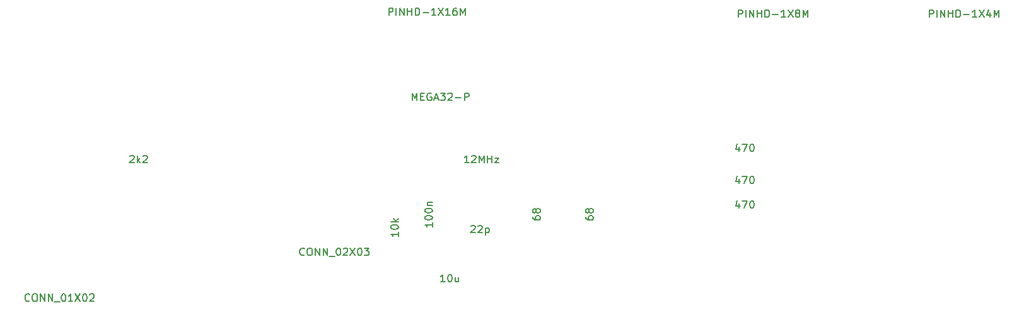
<source format=gbr>
G04 #@! TF.FileFunction,Other,Fab,Top*
%FSLAX46Y46*%
G04 Gerber Fmt 4.6, Leading zero omitted, Abs format (unit mm)*
G04 Created by KiCad (PCBNEW 4.0.7+dfsg1-1) date Tue Apr  3 21:00:36 2018*
%MOMM*%
%LPD*%
G01*
G04 APERTURE LIST*
%ADD10C,0.100000*%
%ADD11C,0.150000*%
G04 APERTURE END LIST*
D10*
D11*
X124150381Y-89257047D02*
X124150381Y-89828476D01*
X124150381Y-89542762D02*
X123150381Y-89542762D01*
X123293238Y-89638000D01*
X123388476Y-89733238D01*
X123436095Y-89828476D01*
X123150381Y-88638000D02*
X123150381Y-88542761D01*
X123198000Y-88447523D01*
X123245619Y-88399904D01*
X123340857Y-88352285D01*
X123531333Y-88304666D01*
X123769429Y-88304666D01*
X123959905Y-88352285D01*
X124055143Y-88399904D01*
X124102762Y-88447523D01*
X124150381Y-88542761D01*
X124150381Y-88638000D01*
X124102762Y-88733238D01*
X124055143Y-88780857D01*
X123959905Y-88828476D01*
X123769429Y-88876095D01*
X123531333Y-88876095D01*
X123340857Y-88828476D01*
X123245619Y-88780857D01*
X123198000Y-88733238D01*
X123150381Y-88638000D01*
X123150381Y-87685619D02*
X123150381Y-87590380D01*
X123198000Y-87495142D01*
X123245619Y-87447523D01*
X123340857Y-87399904D01*
X123531333Y-87352285D01*
X123769429Y-87352285D01*
X123959905Y-87399904D01*
X124055143Y-87447523D01*
X124102762Y-87495142D01*
X124150381Y-87590380D01*
X124150381Y-87685619D01*
X124102762Y-87780857D01*
X124055143Y-87828476D01*
X123959905Y-87876095D01*
X123769429Y-87923714D01*
X123531333Y-87923714D01*
X123340857Y-87876095D01*
X123245619Y-87828476D01*
X123198000Y-87780857D01*
X123150381Y-87685619D01*
X123483714Y-86923714D02*
X124150381Y-86923714D01*
X123578952Y-86923714D02*
X123531333Y-86876095D01*
X123483714Y-86780857D01*
X123483714Y-86637999D01*
X123531333Y-86542761D01*
X123626571Y-86495142D01*
X124150381Y-86495142D01*
X119578381Y-90511238D02*
X119578381Y-91082667D01*
X119578381Y-90796953D02*
X118578381Y-90796953D01*
X118721238Y-90892191D01*
X118816476Y-90987429D01*
X118864095Y-91082667D01*
X118578381Y-89892191D02*
X118578381Y-89796952D01*
X118626000Y-89701714D01*
X118673619Y-89654095D01*
X118768857Y-89606476D01*
X118959333Y-89558857D01*
X119197429Y-89558857D01*
X119387905Y-89606476D01*
X119483143Y-89654095D01*
X119530762Y-89701714D01*
X119578381Y-89796952D01*
X119578381Y-89892191D01*
X119530762Y-89987429D01*
X119483143Y-90035048D01*
X119387905Y-90082667D01*
X119197429Y-90130286D01*
X118959333Y-90130286D01*
X118768857Y-90082667D01*
X118673619Y-90035048D01*
X118626000Y-89987429D01*
X118578381Y-89892191D01*
X119578381Y-89130286D02*
X118578381Y-89130286D01*
X119197429Y-89035048D02*
X119578381Y-88749333D01*
X118911714Y-88749333D02*
X119292667Y-89130286D01*
X125849143Y-97226381D02*
X125277714Y-97226381D01*
X125563428Y-97226381D02*
X125563428Y-96226381D01*
X125468190Y-96369238D01*
X125372952Y-96464476D01*
X125277714Y-96512095D01*
X126468190Y-96226381D02*
X126563429Y-96226381D01*
X126658667Y-96274000D01*
X126706286Y-96321619D01*
X126753905Y-96416857D01*
X126801524Y-96607333D01*
X126801524Y-96845429D01*
X126753905Y-97035905D01*
X126706286Y-97131143D01*
X126658667Y-97178762D01*
X126563429Y-97226381D01*
X126468190Y-97226381D01*
X126372952Y-97178762D01*
X126325333Y-97131143D01*
X126277714Y-97035905D01*
X126230095Y-96845429D01*
X126230095Y-96607333D01*
X126277714Y-96416857D01*
X126325333Y-96321619D01*
X126372952Y-96274000D01*
X126468190Y-96226381D01*
X127658667Y-96559714D02*
X127658667Y-97226381D01*
X127230095Y-96559714D02*
X127230095Y-97083524D01*
X127277714Y-97178762D01*
X127372952Y-97226381D01*
X127515810Y-97226381D01*
X127611048Y-97178762D01*
X127658667Y-97131143D01*
X129341714Y-89717619D02*
X129389333Y-89670000D01*
X129484571Y-89622381D01*
X129722667Y-89622381D01*
X129817905Y-89670000D01*
X129865524Y-89717619D01*
X129913143Y-89812857D01*
X129913143Y-89908095D01*
X129865524Y-90050952D01*
X129294095Y-90622381D01*
X129913143Y-90622381D01*
X130294095Y-89717619D02*
X130341714Y-89670000D01*
X130436952Y-89622381D01*
X130675048Y-89622381D01*
X130770286Y-89670000D01*
X130817905Y-89717619D01*
X130865524Y-89812857D01*
X130865524Y-89908095D01*
X130817905Y-90050952D01*
X130246476Y-90622381D01*
X130865524Y-90622381D01*
X131294095Y-89955714D02*
X131294095Y-90955714D01*
X131294095Y-90003333D02*
X131389333Y-89955714D01*
X131579810Y-89955714D01*
X131675048Y-90003333D01*
X131722667Y-90050952D01*
X131770286Y-90146190D01*
X131770286Y-90431905D01*
X131722667Y-90527143D01*
X131675048Y-90574762D01*
X131579810Y-90622381D01*
X131389333Y-90622381D01*
X131294095Y-90574762D01*
X129341714Y-89717619D02*
X129389333Y-89670000D01*
X129484571Y-89622381D01*
X129722667Y-89622381D01*
X129817905Y-89670000D01*
X129865524Y-89717619D01*
X129913143Y-89812857D01*
X129913143Y-89908095D01*
X129865524Y-90050952D01*
X129294095Y-90622381D01*
X129913143Y-90622381D01*
X130294095Y-89717619D02*
X130341714Y-89670000D01*
X130436952Y-89622381D01*
X130675048Y-89622381D01*
X130770286Y-89670000D01*
X130817905Y-89717619D01*
X130865524Y-89812857D01*
X130865524Y-89908095D01*
X130817905Y-90050952D01*
X130246476Y-90622381D01*
X130865524Y-90622381D01*
X131294095Y-89955714D02*
X131294095Y-90955714D01*
X131294095Y-90003333D02*
X131389333Y-89955714D01*
X131579810Y-89955714D01*
X131675048Y-90003333D01*
X131722667Y-90050952D01*
X131770286Y-90146190D01*
X131770286Y-90431905D01*
X131722667Y-90527143D01*
X131675048Y-90574762D01*
X131579810Y-90622381D01*
X131389333Y-90622381D01*
X131294095Y-90574762D01*
X121436286Y-72842381D02*
X121436286Y-71842381D01*
X121769620Y-72556667D01*
X122102953Y-71842381D01*
X122102953Y-72842381D01*
X122579143Y-72318571D02*
X122912477Y-72318571D01*
X123055334Y-72842381D02*
X122579143Y-72842381D01*
X122579143Y-71842381D01*
X123055334Y-71842381D01*
X124007715Y-71890000D02*
X123912477Y-71842381D01*
X123769620Y-71842381D01*
X123626762Y-71890000D01*
X123531524Y-71985238D01*
X123483905Y-72080476D01*
X123436286Y-72270952D01*
X123436286Y-72413810D01*
X123483905Y-72604286D01*
X123531524Y-72699524D01*
X123626762Y-72794762D01*
X123769620Y-72842381D01*
X123864858Y-72842381D01*
X124007715Y-72794762D01*
X124055334Y-72747143D01*
X124055334Y-72413810D01*
X123864858Y-72413810D01*
X124436286Y-72556667D02*
X124912477Y-72556667D01*
X124341048Y-72842381D02*
X124674381Y-71842381D01*
X125007715Y-72842381D01*
X125245810Y-71842381D02*
X125864858Y-71842381D01*
X125531524Y-72223333D01*
X125674382Y-72223333D01*
X125769620Y-72270952D01*
X125817239Y-72318571D01*
X125864858Y-72413810D01*
X125864858Y-72651905D01*
X125817239Y-72747143D01*
X125769620Y-72794762D01*
X125674382Y-72842381D01*
X125388667Y-72842381D01*
X125293429Y-72794762D01*
X125245810Y-72747143D01*
X126245810Y-71937619D02*
X126293429Y-71890000D01*
X126388667Y-71842381D01*
X126626763Y-71842381D01*
X126722001Y-71890000D01*
X126769620Y-71937619D01*
X126817239Y-72032857D01*
X126817239Y-72128095D01*
X126769620Y-72270952D01*
X126198191Y-72842381D01*
X126817239Y-72842381D01*
X127245810Y-72461429D02*
X128007715Y-72461429D01*
X128483905Y-72842381D02*
X128483905Y-71842381D01*
X128864858Y-71842381D01*
X128960096Y-71890000D01*
X129007715Y-71937619D01*
X129055334Y-72032857D01*
X129055334Y-72175714D01*
X129007715Y-72270952D01*
X128960096Y-72318571D01*
X128864858Y-72366190D01*
X128483905Y-72366190D01*
X118301143Y-61412381D02*
X118301143Y-60412381D01*
X118682096Y-60412381D01*
X118777334Y-60460000D01*
X118824953Y-60507619D01*
X118872572Y-60602857D01*
X118872572Y-60745714D01*
X118824953Y-60840952D01*
X118777334Y-60888571D01*
X118682096Y-60936190D01*
X118301143Y-60936190D01*
X119301143Y-61412381D02*
X119301143Y-60412381D01*
X119777333Y-61412381D02*
X119777333Y-60412381D01*
X120348762Y-61412381D01*
X120348762Y-60412381D01*
X120824952Y-61412381D02*
X120824952Y-60412381D01*
X120824952Y-60888571D02*
X121396381Y-60888571D01*
X121396381Y-61412381D02*
X121396381Y-60412381D01*
X121872571Y-61412381D02*
X121872571Y-60412381D01*
X122110666Y-60412381D01*
X122253524Y-60460000D01*
X122348762Y-60555238D01*
X122396381Y-60650476D01*
X122444000Y-60840952D01*
X122444000Y-60983810D01*
X122396381Y-61174286D01*
X122348762Y-61269524D01*
X122253524Y-61364762D01*
X122110666Y-61412381D01*
X121872571Y-61412381D01*
X122872571Y-61031429D02*
X123634476Y-61031429D01*
X124634476Y-61412381D02*
X124063047Y-61412381D01*
X124348761Y-61412381D02*
X124348761Y-60412381D01*
X124253523Y-60555238D01*
X124158285Y-60650476D01*
X124063047Y-60698095D01*
X124967809Y-60412381D02*
X125634476Y-61412381D01*
X125634476Y-60412381D02*
X124967809Y-61412381D01*
X126539238Y-61412381D02*
X125967809Y-61412381D01*
X126253523Y-61412381D02*
X126253523Y-60412381D01*
X126158285Y-60555238D01*
X126063047Y-60650476D01*
X125967809Y-60698095D01*
X127396381Y-60412381D02*
X127205904Y-60412381D01*
X127110666Y-60460000D01*
X127063047Y-60507619D01*
X126967809Y-60650476D01*
X126920190Y-60840952D01*
X126920190Y-61221905D01*
X126967809Y-61317143D01*
X127015428Y-61364762D01*
X127110666Y-61412381D01*
X127301143Y-61412381D01*
X127396381Y-61364762D01*
X127444000Y-61317143D01*
X127491619Y-61221905D01*
X127491619Y-60983810D01*
X127444000Y-60888571D01*
X127396381Y-60840952D01*
X127301143Y-60793333D01*
X127110666Y-60793333D01*
X127015428Y-60840952D01*
X126967809Y-60888571D01*
X126920190Y-60983810D01*
X127920190Y-61412381D02*
X127920190Y-60412381D01*
X128253524Y-61126667D01*
X128586857Y-60412381D01*
X128586857Y-61412381D01*
X165259334Y-61666381D02*
X165259334Y-60666381D01*
X165640287Y-60666381D01*
X165735525Y-60714000D01*
X165783144Y-60761619D01*
X165830763Y-60856857D01*
X165830763Y-60999714D01*
X165783144Y-61094952D01*
X165735525Y-61142571D01*
X165640287Y-61190190D01*
X165259334Y-61190190D01*
X166259334Y-61666381D02*
X166259334Y-60666381D01*
X166735524Y-61666381D02*
X166735524Y-60666381D01*
X167306953Y-61666381D01*
X167306953Y-60666381D01*
X167783143Y-61666381D02*
X167783143Y-60666381D01*
X167783143Y-61142571D02*
X168354572Y-61142571D01*
X168354572Y-61666381D02*
X168354572Y-60666381D01*
X168830762Y-61666381D02*
X168830762Y-60666381D01*
X169068857Y-60666381D01*
X169211715Y-60714000D01*
X169306953Y-60809238D01*
X169354572Y-60904476D01*
X169402191Y-61094952D01*
X169402191Y-61237810D01*
X169354572Y-61428286D01*
X169306953Y-61523524D01*
X169211715Y-61618762D01*
X169068857Y-61666381D01*
X168830762Y-61666381D01*
X169830762Y-61285429D02*
X170592667Y-61285429D01*
X171592667Y-61666381D02*
X171021238Y-61666381D01*
X171306952Y-61666381D02*
X171306952Y-60666381D01*
X171211714Y-60809238D01*
X171116476Y-60904476D01*
X171021238Y-60952095D01*
X171926000Y-60666381D02*
X172592667Y-61666381D01*
X172592667Y-60666381D02*
X171926000Y-61666381D01*
X173116476Y-61094952D02*
X173021238Y-61047333D01*
X172973619Y-60999714D01*
X172926000Y-60904476D01*
X172926000Y-60856857D01*
X172973619Y-60761619D01*
X173021238Y-60714000D01*
X173116476Y-60666381D01*
X173306953Y-60666381D01*
X173402191Y-60714000D01*
X173449810Y-60761619D01*
X173497429Y-60856857D01*
X173497429Y-60904476D01*
X173449810Y-60999714D01*
X173402191Y-61047333D01*
X173306953Y-61094952D01*
X173116476Y-61094952D01*
X173021238Y-61142571D01*
X172973619Y-61190190D01*
X172926000Y-61285429D01*
X172926000Y-61475905D01*
X172973619Y-61571143D01*
X173021238Y-61618762D01*
X173116476Y-61666381D01*
X173306953Y-61666381D01*
X173402191Y-61618762D01*
X173449810Y-61571143D01*
X173497429Y-61475905D01*
X173497429Y-61285429D01*
X173449810Y-61190190D01*
X173402191Y-61142571D01*
X173306953Y-61094952D01*
X173926000Y-61666381D02*
X173926000Y-60666381D01*
X174259334Y-61380667D01*
X174592667Y-60666381D01*
X174592667Y-61666381D01*
X190913334Y-61666381D02*
X190913334Y-60666381D01*
X191294287Y-60666381D01*
X191389525Y-60714000D01*
X191437144Y-60761619D01*
X191484763Y-60856857D01*
X191484763Y-60999714D01*
X191437144Y-61094952D01*
X191389525Y-61142571D01*
X191294287Y-61190190D01*
X190913334Y-61190190D01*
X191913334Y-61666381D02*
X191913334Y-60666381D01*
X192389524Y-61666381D02*
X192389524Y-60666381D01*
X192960953Y-61666381D01*
X192960953Y-60666381D01*
X193437143Y-61666381D02*
X193437143Y-60666381D01*
X193437143Y-61142571D02*
X194008572Y-61142571D01*
X194008572Y-61666381D02*
X194008572Y-60666381D01*
X194484762Y-61666381D02*
X194484762Y-60666381D01*
X194722857Y-60666381D01*
X194865715Y-60714000D01*
X194960953Y-60809238D01*
X195008572Y-60904476D01*
X195056191Y-61094952D01*
X195056191Y-61237810D01*
X195008572Y-61428286D01*
X194960953Y-61523524D01*
X194865715Y-61618762D01*
X194722857Y-61666381D01*
X194484762Y-61666381D01*
X195484762Y-61285429D02*
X196246667Y-61285429D01*
X197246667Y-61666381D02*
X196675238Y-61666381D01*
X196960952Y-61666381D02*
X196960952Y-60666381D01*
X196865714Y-60809238D01*
X196770476Y-60904476D01*
X196675238Y-60952095D01*
X197580000Y-60666381D02*
X198246667Y-61666381D01*
X198246667Y-60666381D02*
X197580000Y-61666381D01*
X199056191Y-60999714D02*
X199056191Y-61666381D01*
X198818095Y-60618762D02*
X198580000Y-61333048D01*
X199199048Y-61333048D01*
X199580000Y-61666381D02*
X199580000Y-60666381D01*
X199913334Y-61380667D01*
X200246667Y-60666381D01*
X200246667Y-61666381D01*
X106974191Y-93575143D02*
X106926572Y-93622762D01*
X106783715Y-93670381D01*
X106688477Y-93670381D01*
X106545619Y-93622762D01*
X106450381Y-93527524D01*
X106402762Y-93432286D01*
X106355143Y-93241810D01*
X106355143Y-93098952D01*
X106402762Y-92908476D01*
X106450381Y-92813238D01*
X106545619Y-92718000D01*
X106688477Y-92670381D01*
X106783715Y-92670381D01*
X106926572Y-92718000D01*
X106974191Y-92765619D01*
X107593238Y-92670381D02*
X107783715Y-92670381D01*
X107878953Y-92718000D01*
X107974191Y-92813238D01*
X108021810Y-93003714D01*
X108021810Y-93337048D01*
X107974191Y-93527524D01*
X107878953Y-93622762D01*
X107783715Y-93670381D01*
X107593238Y-93670381D01*
X107498000Y-93622762D01*
X107402762Y-93527524D01*
X107355143Y-93337048D01*
X107355143Y-93003714D01*
X107402762Y-92813238D01*
X107498000Y-92718000D01*
X107593238Y-92670381D01*
X108450381Y-93670381D02*
X108450381Y-92670381D01*
X109021810Y-93670381D01*
X109021810Y-92670381D01*
X109498000Y-93670381D02*
X109498000Y-92670381D01*
X110069429Y-93670381D01*
X110069429Y-92670381D01*
X110307524Y-93765619D02*
X111069429Y-93765619D01*
X111498000Y-92670381D02*
X111593239Y-92670381D01*
X111688477Y-92718000D01*
X111736096Y-92765619D01*
X111783715Y-92860857D01*
X111831334Y-93051333D01*
X111831334Y-93289429D01*
X111783715Y-93479905D01*
X111736096Y-93575143D01*
X111688477Y-93622762D01*
X111593239Y-93670381D01*
X111498000Y-93670381D01*
X111402762Y-93622762D01*
X111355143Y-93575143D01*
X111307524Y-93479905D01*
X111259905Y-93289429D01*
X111259905Y-93051333D01*
X111307524Y-92860857D01*
X111355143Y-92765619D01*
X111402762Y-92718000D01*
X111498000Y-92670381D01*
X112212286Y-92765619D02*
X112259905Y-92718000D01*
X112355143Y-92670381D01*
X112593239Y-92670381D01*
X112688477Y-92718000D01*
X112736096Y-92765619D01*
X112783715Y-92860857D01*
X112783715Y-92956095D01*
X112736096Y-93098952D01*
X112164667Y-93670381D01*
X112783715Y-93670381D01*
X113117048Y-92670381D02*
X113783715Y-93670381D01*
X113783715Y-92670381D02*
X113117048Y-93670381D01*
X114355143Y-92670381D02*
X114450382Y-92670381D01*
X114545620Y-92718000D01*
X114593239Y-92765619D01*
X114640858Y-92860857D01*
X114688477Y-93051333D01*
X114688477Y-93289429D01*
X114640858Y-93479905D01*
X114593239Y-93575143D01*
X114545620Y-93622762D01*
X114450382Y-93670381D01*
X114355143Y-93670381D01*
X114259905Y-93622762D01*
X114212286Y-93575143D01*
X114164667Y-93479905D01*
X114117048Y-93289429D01*
X114117048Y-93051333D01*
X114164667Y-92860857D01*
X114212286Y-92765619D01*
X114259905Y-92718000D01*
X114355143Y-92670381D01*
X115021810Y-92670381D02*
X115640858Y-92670381D01*
X115307524Y-93051333D01*
X115450382Y-93051333D01*
X115545620Y-93098952D01*
X115593239Y-93146571D01*
X115640858Y-93241810D01*
X115640858Y-93479905D01*
X115593239Y-93575143D01*
X115545620Y-93622762D01*
X115450382Y-93670381D01*
X115164667Y-93670381D01*
X115069429Y-93622762D01*
X115021810Y-93575143D01*
X70068231Y-99737183D02*
X70020612Y-99784802D01*
X69877755Y-99832421D01*
X69782517Y-99832421D01*
X69639659Y-99784802D01*
X69544421Y-99689564D01*
X69496802Y-99594326D01*
X69449183Y-99403850D01*
X69449183Y-99260992D01*
X69496802Y-99070516D01*
X69544421Y-98975278D01*
X69639659Y-98880040D01*
X69782517Y-98832421D01*
X69877755Y-98832421D01*
X70020612Y-98880040D01*
X70068231Y-98927659D01*
X70687278Y-98832421D02*
X70877755Y-98832421D01*
X70972993Y-98880040D01*
X71068231Y-98975278D01*
X71115850Y-99165754D01*
X71115850Y-99499088D01*
X71068231Y-99689564D01*
X70972993Y-99784802D01*
X70877755Y-99832421D01*
X70687278Y-99832421D01*
X70592040Y-99784802D01*
X70496802Y-99689564D01*
X70449183Y-99499088D01*
X70449183Y-99165754D01*
X70496802Y-98975278D01*
X70592040Y-98880040D01*
X70687278Y-98832421D01*
X71544421Y-99832421D02*
X71544421Y-98832421D01*
X72115850Y-99832421D01*
X72115850Y-98832421D01*
X72592040Y-99832421D02*
X72592040Y-98832421D01*
X73163469Y-99832421D01*
X73163469Y-98832421D01*
X73401564Y-99927659D02*
X74163469Y-99927659D01*
X74592040Y-98832421D02*
X74687279Y-98832421D01*
X74782517Y-98880040D01*
X74830136Y-98927659D01*
X74877755Y-99022897D01*
X74925374Y-99213373D01*
X74925374Y-99451469D01*
X74877755Y-99641945D01*
X74830136Y-99737183D01*
X74782517Y-99784802D01*
X74687279Y-99832421D01*
X74592040Y-99832421D01*
X74496802Y-99784802D01*
X74449183Y-99737183D01*
X74401564Y-99641945D01*
X74353945Y-99451469D01*
X74353945Y-99213373D01*
X74401564Y-99022897D01*
X74449183Y-98927659D01*
X74496802Y-98880040D01*
X74592040Y-98832421D01*
X75877755Y-99832421D02*
X75306326Y-99832421D01*
X75592040Y-99832421D02*
X75592040Y-98832421D01*
X75496802Y-98975278D01*
X75401564Y-99070516D01*
X75306326Y-99118135D01*
X76211088Y-98832421D02*
X76877755Y-99832421D01*
X76877755Y-98832421D02*
X76211088Y-99832421D01*
X77449183Y-98832421D02*
X77544422Y-98832421D01*
X77639660Y-98880040D01*
X77687279Y-98927659D01*
X77734898Y-99022897D01*
X77782517Y-99213373D01*
X77782517Y-99451469D01*
X77734898Y-99641945D01*
X77687279Y-99737183D01*
X77639660Y-99784802D01*
X77544422Y-99832421D01*
X77449183Y-99832421D01*
X77353945Y-99784802D01*
X77306326Y-99737183D01*
X77258707Y-99641945D01*
X77211088Y-99451469D01*
X77211088Y-99213373D01*
X77258707Y-99022897D01*
X77306326Y-98927659D01*
X77353945Y-98880040D01*
X77449183Y-98832421D01*
X78163469Y-98927659D02*
X78211088Y-98880040D01*
X78306326Y-98832421D01*
X78544422Y-98832421D01*
X78639660Y-98880040D01*
X78687279Y-98927659D01*
X78734898Y-99022897D01*
X78734898Y-99118135D01*
X78687279Y-99260992D01*
X78115850Y-99832421D01*
X78734898Y-99832421D01*
X83542333Y-80319619D02*
X83589952Y-80272000D01*
X83685190Y-80224381D01*
X83923286Y-80224381D01*
X84018524Y-80272000D01*
X84066143Y-80319619D01*
X84113762Y-80414857D01*
X84113762Y-80510095D01*
X84066143Y-80652952D01*
X83494714Y-81224381D01*
X84113762Y-81224381D01*
X84542333Y-81224381D02*
X84542333Y-80224381D01*
X84637571Y-80843429D02*
X84923286Y-81224381D01*
X84923286Y-80557714D02*
X84542333Y-80938667D01*
X85304238Y-80319619D02*
X85351857Y-80272000D01*
X85447095Y-80224381D01*
X85685191Y-80224381D01*
X85780429Y-80272000D01*
X85828048Y-80319619D01*
X85875667Y-80414857D01*
X85875667Y-80510095D01*
X85828048Y-80652952D01*
X85256619Y-81224381D01*
X85875667Y-81224381D01*
X165354096Y-79033714D02*
X165354096Y-79700381D01*
X165116000Y-78652762D02*
X164877905Y-79367048D01*
X165496953Y-79367048D01*
X165782667Y-78700381D02*
X166449334Y-78700381D01*
X166020762Y-79700381D01*
X167020762Y-78700381D02*
X167116001Y-78700381D01*
X167211239Y-78748000D01*
X167258858Y-78795619D01*
X167306477Y-78890857D01*
X167354096Y-79081333D01*
X167354096Y-79319429D01*
X167306477Y-79509905D01*
X167258858Y-79605143D01*
X167211239Y-79652762D01*
X167116001Y-79700381D01*
X167020762Y-79700381D01*
X166925524Y-79652762D01*
X166877905Y-79605143D01*
X166830286Y-79509905D01*
X166782667Y-79319429D01*
X166782667Y-79081333D01*
X166830286Y-78890857D01*
X166877905Y-78795619D01*
X166925524Y-78748000D01*
X167020762Y-78700381D01*
X165354096Y-83351714D02*
X165354096Y-84018381D01*
X165116000Y-82970762D02*
X164877905Y-83685048D01*
X165496953Y-83685048D01*
X165782667Y-83018381D02*
X166449334Y-83018381D01*
X166020762Y-84018381D01*
X167020762Y-83018381D02*
X167116001Y-83018381D01*
X167211239Y-83066000D01*
X167258858Y-83113619D01*
X167306477Y-83208857D01*
X167354096Y-83399333D01*
X167354096Y-83637429D01*
X167306477Y-83827905D01*
X167258858Y-83923143D01*
X167211239Y-83970762D01*
X167116001Y-84018381D01*
X167020762Y-84018381D01*
X166925524Y-83970762D01*
X166877905Y-83923143D01*
X166830286Y-83827905D01*
X166782667Y-83637429D01*
X166782667Y-83399333D01*
X166830286Y-83208857D01*
X166877905Y-83113619D01*
X166925524Y-83066000D01*
X167020762Y-83018381D01*
X165354096Y-86653714D02*
X165354096Y-87320381D01*
X165116000Y-86272762D02*
X164877905Y-86987048D01*
X165496953Y-86987048D01*
X165782667Y-86320381D02*
X166449334Y-86320381D01*
X166020762Y-87320381D01*
X167020762Y-86320381D02*
X167116001Y-86320381D01*
X167211239Y-86368000D01*
X167258858Y-86415619D01*
X167306477Y-86510857D01*
X167354096Y-86701333D01*
X167354096Y-86939429D01*
X167306477Y-87129905D01*
X167258858Y-87225143D01*
X167211239Y-87272762D01*
X167116001Y-87320381D01*
X167020762Y-87320381D01*
X166925524Y-87272762D01*
X166877905Y-87225143D01*
X166830286Y-87129905D01*
X166782667Y-86939429D01*
X166782667Y-86701333D01*
X166830286Y-86510857D01*
X166877905Y-86415619D01*
X166925524Y-86368000D01*
X167020762Y-86320381D01*
X144740381Y-88423714D02*
X144740381Y-88614191D01*
X144788000Y-88709429D01*
X144835619Y-88757048D01*
X144978476Y-88852286D01*
X145168952Y-88899905D01*
X145549905Y-88899905D01*
X145645143Y-88852286D01*
X145692762Y-88804667D01*
X145740381Y-88709429D01*
X145740381Y-88518952D01*
X145692762Y-88423714D01*
X145645143Y-88376095D01*
X145549905Y-88328476D01*
X145311810Y-88328476D01*
X145216571Y-88376095D01*
X145168952Y-88423714D01*
X145121333Y-88518952D01*
X145121333Y-88709429D01*
X145168952Y-88804667D01*
X145216571Y-88852286D01*
X145311810Y-88899905D01*
X145168952Y-87757048D02*
X145121333Y-87852286D01*
X145073714Y-87899905D01*
X144978476Y-87947524D01*
X144930857Y-87947524D01*
X144835619Y-87899905D01*
X144788000Y-87852286D01*
X144740381Y-87757048D01*
X144740381Y-87566571D01*
X144788000Y-87471333D01*
X144835619Y-87423714D01*
X144930857Y-87376095D01*
X144978476Y-87376095D01*
X145073714Y-87423714D01*
X145121333Y-87471333D01*
X145168952Y-87566571D01*
X145168952Y-87757048D01*
X145216571Y-87852286D01*
X145264190Y-87899905D01*
X145359429Y-87947524D01*
X145549905Y-87947524D01*
X145645143Y-87899905D01*
X145692762Y-87852286D01*
X145740381Y-87757048D01*
X145740381Y-87566571D01*
X145692762Y-87471333D01*
X145645143Y-87423714D01*
X145549905Y-87376095D01*
X145359429Y-87376095D01*
X145264190Y-87423714D01*
X145216571Y-87471333D01*
X145168952Y-87566571D01*
X137628381Y-88423714D02*
X137628381Y-88614191D01*
X137676000Y-88709429D01*
X137723619Y-88757048D01*
X137866476Y-88852286D01*
X138056952Y-88899905D01*
X138437905Y-88899905D01*
X138533143Y-88852286D01*
X138580762Y-88804667D01*
X138628381Y-88709429D01*
X138628381Y-88518952D01*
X138580762Y-88423714D01*
X138533143Y-88376095D01*
X138437905Y-88328476D01*
X138199810Y-88328476D01*
X138104571Y-88376095D01*
X138056952Y-88423714D01*
X138009333Y-88518952D01*
X138009333Y-88709429D01*
X138056952Y-88804667D01*
X138104571Y-88852286D01*
X138199810Y-88899905D01*
X138056952Y-87757048D02*
X138009333Y-87852286D01*
X137961714Y-87899905D01*
X137866476Y-87947524D01*
X137818857Y-87947524D01*
X137723619Y-87899905D01*
X137676000Y-87852286D01*
X137628381Y-87757048D01*
X137628381Y-87566571D01*
X137676000Y-87471333D01*
X137723619Y-87423714D01*
X137818857Y-87376095D01*
X137866476Y-87376095D01*
X137961714Y-87423714D01*
X138009333Y-87471333D01*
X138056952Y-87566571D01*
X138056952Y-87757048D01*
X138104571Y-87852286D01*
X138152190Y-87899905D01*
X138247429Y-87947524D01*
X138437905Y-87947524D01*
X138533143Y-87899905D01*
X138580762Y-87852286D01*
X138628381Y-87757048D01*
X138628381Y-87566571D01*
X138580762Y-87471333D01*
X138533143Y-87423714D01*
X138437905Y-87376095D01*
X138247429Y-87376095D01*
X138152190Y-87423714D01*
X138104571Y-87471333D01*
X138056952Y-87566571D01*
X129050464Y-81224381D02*
X128479035Y-81224381D01*
X128764749Y-81224381D02*
X128764749Y-80224381D01*
X128669511Y-80367238D01*
X128574273Y-80462476D01*
X128479035Y-80510095D01*
X129431416Y-80319619D02*
X129479035Y-80272000D01*
X129574273Y-80224381D01*
X129812369Y-80224381D01*
X129907607Y-80272000D01*
X129955226Y-80319619D01*
X130002845Y-80414857D01*
X130002845Y-80510095D01*
X129955226Y-80652952D01*
X129383797Y-81224381D01*
X130002845Y-81224381D01*
X130431416Y-81224381D02*
X130431416Y-80224381D01*
X130764750Y-80938667D01*
X131098083Y-80224381D01*
X131098083Y-81224381D01*
X131574273Y-81224381D02*
X131574273Y-80224381D01*
X131574273Y-80700571D02*
X132145702Y-80700571D01*
X132145702Y-81224381D02*
X132145702Y-80224381D01*
X132526654Y-80557714D02*
X133050464Y-80557714D01*
X132526654Y-81224381D01*
X133050464Y-81224381D01*
M02*

</source>
